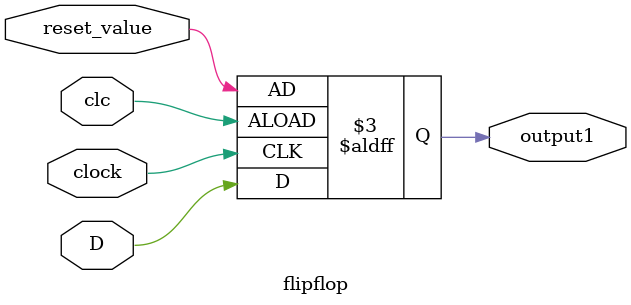
<source format=v>
module part1 (SW, LEDR, KEY);

	input[0:0] KEY;
	input[1:0] SW;
	output[9:0] LEDR;
	
	wire[8:0] state, state_next;
	wire w, clear, clk, z;
	
	parameter E = 9'b000010000;
	parameter I = 9'b100000000;
	
	assign w = SW[1];
	assign clear = SW[0];
	assign clk = KEY[0];
	
	assign LEDR[9] = z;
	assign LEDR[8:0] = state;
		
	assign z = (state == E)|(state == I);
	
	//logic functions
	assign state_next[0] = 1'b0;
	assign state_next[1] = ~w & (state[0] | state[5] | state[6] | state[7] | state[8]);
	assign state_next[2] = ~w & state[1];
	assign state_next[3] = ~w & state[2];
	assign state_next[4] = ~w & (state[3] | state[4]);
	assign state_next[5] = w & (state[0] | state[1] | state[2] | state[3] | state[4]);
	assign state_next[6] = w & state[5];
	assign state_next[7] = w & state[6];
	assign state_next[8] = w & (state[7] | state[8]);
	
	flipflop f0 (clk, state_next[0], 1'b0, clear, state[0]);
	flipflop f1 (clk, state_next[1], 1'b0, clear, state[1]);
	flipflop f2 (clk, state_next[2], 1'b0, clear, state[2]);
	flipflop f3 (clk, state_next[3], 1'b0, clear, state[3]);
	flipflop f4 (clk, state_next[4], 1'b0, clear, state[4]);
	flipflop f5 (clk, state_next[5], 1'b0, clear, state[5]);
	flipflop f6 (clk, state_next[6], 1'b0, clear, state[6]);
	flipflop f7 (clk, state_next[7], 1'b0, clear, state[7]);
	flipflop f8 (clk, state_next[8], 1'b0, clear, state[8]);
	
	
endmodule 


module flipflop (clock, D, reset_value, clc, output1);

   input clock, D, clc, reset_value;
	output reg output1;

	always @(posedge clock or negedge clc)
		//if clear is 0, clear all
		if(~clc)
			output1 <= reset_value;
	
		else
			output1 <= D;

endmodule

</source>
